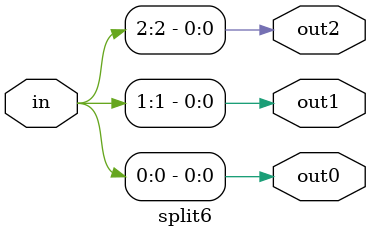
<source format=v>
module split6(input [3-1:0] in, output out0, output out1, output out2);
  assign out0 = in[0];
  assign out1 = in[1];
  assign out2 = in[2];
endmodule

</source>
